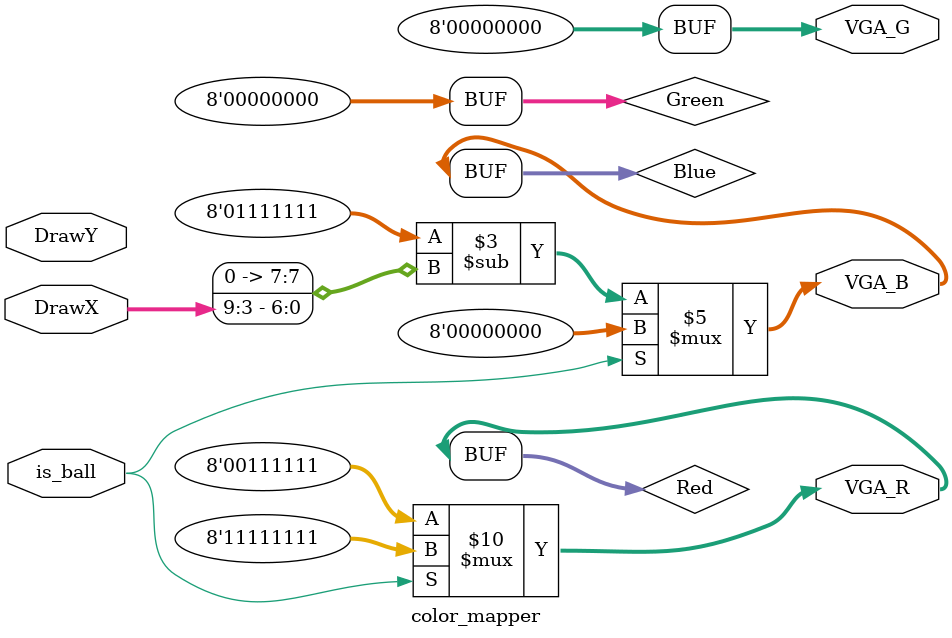
<source format=sv>

module  color_mapper ( input              is_ball,            // Whether current pixel belongs to ball 
                                                              //   or background (computed in ball.sv)
                       input        [9:0] DrawX, DrawY,       // Current pixel coordinates
                       output logic [7:0] VGA_R, VGA_G, VGA_B // VGA RGB output
                     );
    
    logic [7:0] Red, Green, Blue;
    
    // Output colors to VGA
    assign VGA_R = Red;
    assign VGA_G = Green;
    assign VGA_B = Blue;
    
    // Assign color based on is_ball signal
    always_comb
    begin
        if (is_ball == 1'b1) 
        begin
            // White ball
            Red = 8'hff;
            Green = 8'h00;
            Blue = 8'h00;
            //Green = 8'hff;
            //Blue = 8'hff;
        end
        else 
        begin
            // Background with nice color gradient
            Red = 8'h3f; 
            Green = 8'h00;
            Blue = 8'h7f - {1'b0, DrawX[9:3]};
        end
    end 
    
endmodule

</source>
